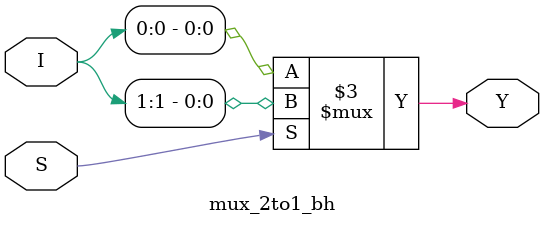
<source format=v>
module mux_2to1_bh(Y,I,S); //Behavial style used typically when boolean expression is NOT known

input [1:0]I; //two bit input
input S; //one selector bit

output reg Y; //one output

always@(*) //always when any input changes, hence the *
        if(S)
            Y = I[1]; //typically statements within and IF is bounded by begin and end although only one statement here so no need.
        else
            Y = I[0];
endmodule
</source>
